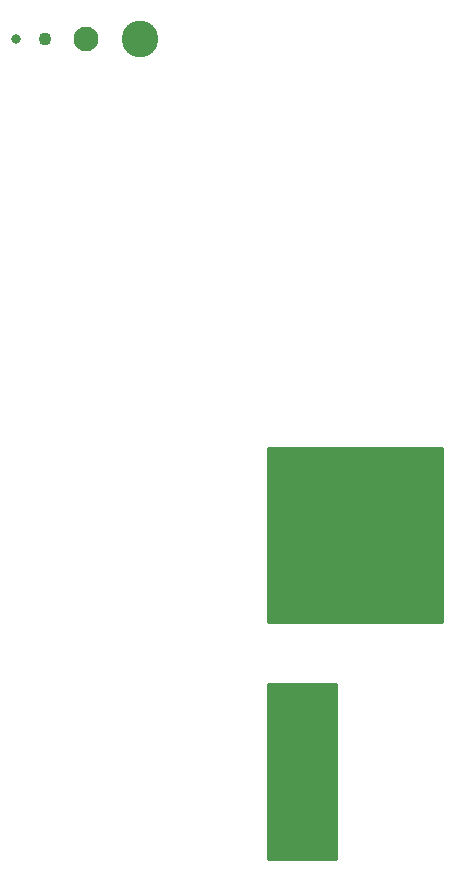
<source format=gbr>
%TF.GenerationSoftware,KiCad,Pcbnew,(5.1.9)-1*%
%TF.CreationDate,2021-08-08T09:56:34+02:00*%
%TF.ProjectId,PCB_Color_Palette,5043425f-436f-46c6-9f72-5f50616c6574,rev?*%
%TF.SameCoordinates,Original*%
%TF.FileFunction,Copper,L2,Bot*%
%TF.FilePolarity,Positive*%
%FSLAX46Y46*%
G04 Gerber Fmt 4.6, Leading zero omitted, Abs format (unit mm)*
G04 Created by KiCad (PCBNEW (5.1.9)-1) date 2021-08-08 09:56:34*
%MOMM*%
%LPD*%
G01*
G04 APERTURE LIST*
%TA.AperFunction,ViaPad*%
%ADD10C,0.800000*%
%TD*%
%TA.AperFunction,ViaPad*%
%ADD11C,1.100000*%
%TD*%
%TA.AperFunction,ViaPad*%
%ADD12C,2.100000*%
%TD*%
%TA.AperFunction,ViaPad*%
%ADD13C,3.100000*%
%TD*%
%TA.AperFunction,NonConductor*%
%ADD14C,0.254000*%
%TD*%
%TA.AperFunction,NonConductor*%
%ADD15C,0.100000*%
%TD*%
G04 APERTURE END LIST*
D10*
%TO.N,*%
X109750000Y-67500000D03*
D11*
X112250000Y-67500000D03*
D12*
X115750000Y-67500000D03*
D13*
X120250000Y-67500000D03*
%TD*%
D14*
X145873000Y-116873000D02*
X131127000Y-116873000D01*
X131127000Y-102127000D01*
X145873000Y-102127000D01*
X145873000Y-116873000D01*
%TA.AperFunction,NonConductor*%
D15*
G36*
X145873000Y-116873000D02*
G01*
X131127000Y-116873000D01*
X131127000Y-102127000D01*
X145873000Y-102127000D01*
X145873000Y-116873000D01*
G37*
%TD.AperFunction*%
D14*
X136873000Y-136873000D02*
X131127000Y-136873000D01*
X131127000Y-122127000D01*
X136873000Y-122127000D01*
X136873000Y-136873000D01*
%TA.AperFunction,NonConductor*%
D15*
G36*
X136873000Y-136873000D02*
G01*
X131127000Y-136873000D01*
X131127000Y-122127000D01*
X136873000Y-122127000D01*
X136873000Y-136873000D01*
G37*
%TD.AperFunction*%
M02*

</source>
